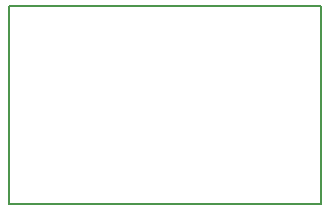
<source format=gbr>
G04 #@! TF.FileFunction,Profile,NP*
%FSLAX46Y46*%
G04 Gerber Fmt 4.6, Leading zero omitted, Abs format (unit mm)*
G04 Created by KiCad (PCBNEW 4.0.0-rc1-stable) date 30/11/2015 17:21:37*
%MOMM*%
G01*
G04 APERTURE LIST*
%ADD10C,0.100000*%
%ADD11C,0.150000*%
G04 APERTURE END LIST*
D10*
D11*
X176784000Y-116332000D02*
X176784000Y-99568000D01*
X150368000Y-116332000D02*
X176784000Y-116332000D01*
X150368000Y-99568000D02*
X150368000Y-116332000D01*
X176784000Y-99568000D02*
X150368000Y-99568000D01*
M02*

</source>
